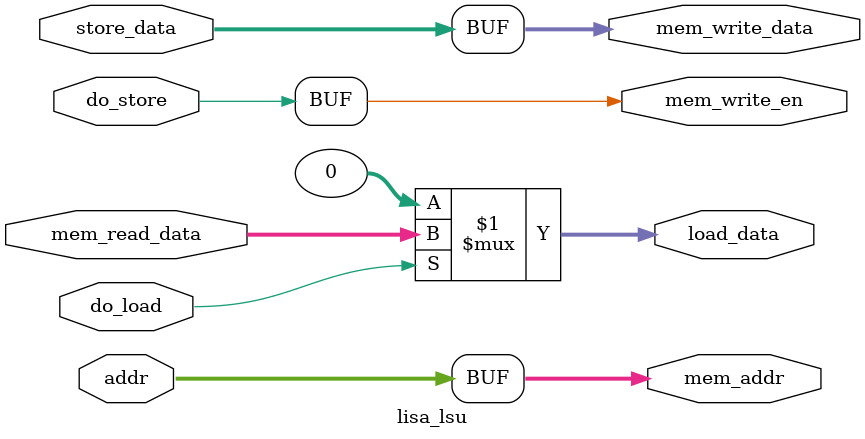
<source format=v>
`timescale 1ns/1ps

module lisa_lsu (
    input  wire        do_load,
    input  wire        do_store,
    input  wire [15:0] addr,
    input  wire [31:0] store_data,
    input  wire [31:0] mem_read_data,

    output wire [15:0] mem_addr,
    output wire        mem_write_en,
    output wire [31:0] mem_write_data,
    output wire [31:0] load_data
);
    assign mem_addr       = addr;
    assign mem_write_en   = do_store;
    assign mem_write_data = store_data;
    assign load_data      = do_load ? mem_read_data : 32'h0000_0000;
endmodule

</source>
